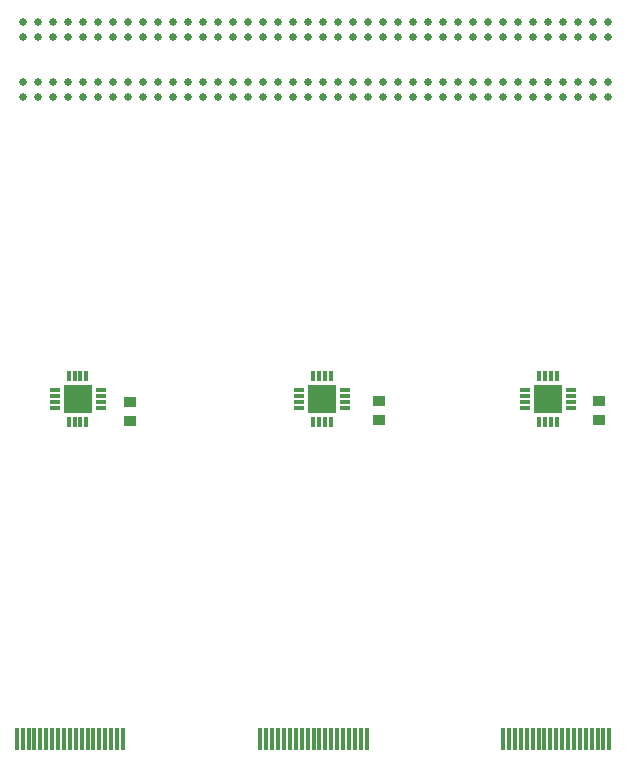
<source format=gbr>
G04 #@! TF.GenerationSoftware,KiCad,Pcbnew,(6.0.4-0)*
G04 #@! TF.CreationDate,2022-07-08T14:42:32+02:00*
G04 #@! TF.ProjectId,adapter_hybrid_assistor_hpc_3HDMI,61646170-7465-4725-9f68-79627269645f,rev?*
G04 #@! TF.SameCoordinates,Original*
G04 #@! TF.FileFunction,Paste,Top*
G04 #@! TF.FilePolarity,Positive*
%FSLAX46Y46*%
G04 Gerber Fmt 4.6, Leading zero omitted, Abs format (unit mm)*
G04 Created by KiCad (PCBNEW (6.0.4-0)) date 2022-07-08 14:42:32*
%MOMM*%
%LPD*%
G01*
G04 APERTURE LIST*
%ADD10R,1.000000X0.950000*%
%ADD11C,0.640000*%
%ADD12R,0.300000X1.900000*%
%ADD13R,0.300000X0.850000*%
%ADD14R,0.850000X0.300000*%
%ADD15R,2.400000X2.400000*%
G04 APERTURE END LIST*
D10*
X118740000Y-139080000D03*
X118740000Y-137480000D03*
X158450000Y-139030000D03*
X158450000Y-137430000D03*
D11*
X159263000Y-105288000D03*
X157993000Y-105288000D03*
X156723000Y-105288000D03*
X155443000Y-105288000D03*
X154173000Y-105288000D03*
X152903000Y-105288000D03*
X151633000Y-105288000D03*
X150373000Y-105288000D03*
X149103000Y-105288000D03*
X147833000Y-105288000D03*
X146553000Y-105288000D03*
X145283000Y-105288000D03*
X144023000Y-105288000D03*
X142753000Y-105288000D03*
X141483000Y-105288000D03*
X140203000Y-105288000D03*
X138943000Y-105288000D03*
X137663000Y-105288000D03*
X136403000Y-105288000D03*
X135133000Y-105288000D03*
X133853000Y-105288000D03*
X132583000Y-105288000D03*
X131323000Y-105288000D03*
X130043000Y-105288000D03*
X128783000Y-105288000D03*
X127503000Y-105288000D03*
X126233000Y-105288000D03*
X124963000Y-105288000D03*
X123703000Y-105288000D03*
X122433000Y-105288000D03*
X121153000Y-105288000D03*
X119883000Y-105288000D03*
X118613000Y-105288000D03*
X117353000Y-105288000D03*
X116083000Y-105288000D03*
X114813000Y-105288000D03*
X113543000Y-105288000D03*
X112263000Y-105288000D03*
X110993000Y-105288000D03*
X109723000Y-105288000D03*
X159263000Y-106548000D03*
X157993000Y-106548000D03*
X156723000Y-106548000D03*
X155443000Y-106548000D03*
X154173000Y-106548000D03*
X152903000Y-106548000D03*
X151633000Y-106548000D03*
X150373000Y-106548000D03*
X149103000Y-106548000D03*
X147833000Y-106548000D03*
X146553000Y-106548000D03*
X145283000Y-106548000D03*
X144023000Y-106548000D03*
X142753000Y-106548000D03*
X141483000Y-106548000D03*
X140203000Y-106548000D03*
X138943000Y-106548000D03*
X137663000Y-106548000D03*
X136403000Y-106548000D03*
X135133000Y-106548000D03*
X133873000Y-106548000D03*
X132583000Y-106548000D03*
X131323000Y-106548000D03*
X130043000Y-106548000D03*
X128783000Y-106548000D03*
X127503000Y-106548000D03*
X126233000Y-106548000D03*
X124963000Y-106548000D03*
X123703000Y-106548000D03*
X122433000Y-106548000D03*
X121153000Y-106548000D03*
X119883000Y-106548000D03*
X118613000Y-106548000D03*
X117353000Y-106548000D03*
X116083000Y-106548000D03*
X114813000Y-106548000D03*
X113543000Y-106548000D03*
X112263000Y-106548000D03*
X110993000Y-106548000D03*
X109723000Y-106548000D03*
X159263000Y-110368000D03*
X157993000Y-110368000D03*
X156723000Y-110368000D03*
X155443000Y-110368000D03*
X154173000Y-110368000D03*
X152903000Y-110368000D03*
X151633000Y-110368000D03*
X150373000Y-110368000D03*
X149103000Y-110368000D03*
X147833000Y-110368000D03*
X146553000Y-110368000D03*
X145283000Y-110368000D03*
X144023000Y-110368000D03*
X142753000Y-110368000D03*
X141483000Y-110368000D03*
X140203000Y-110368000D03*
X138943000Y-110368000D03*
X137663000Y-110368000D03*
X136403000Y-110368000D03*
X135133000Y-110368000D03*
X133853000Y-110368000D03*
X132583000Y-110368000D03*
X131323000Y-110368000D03*
X130043000Y-110368000D03*
X128783000Y-110368000D03*
X127503000Y-110368000D03*
X126233000Y-110368000D03*
X124963000Y-110368000D03*
X123703000Y-110368000D03*
X122433000Y-110368000D03*
X121153000Y-110368000D03*
X119883000Y-110368000D03*
X118613000Y-110368000D03*
X117353000Y-110368000D03*
X116083000Y-110368000D03*
X114813000Y-110368000D03*
X113543000Y-110368000D03*
X112263000Y-110368000D03*
X110993000Y-110368000D03*
X109723000Y-110368000D03*
X159263000Y-111628000D03*
X157993000Y-111628000D03*
X156723000Y-111628000D03*
X155443000Y-111628000D03*
X154173000Y-111628000D03*
X152903000Y-111628000D03*
X151633000Y-111628000D03*
X150373000Y-111628000D03*
X149103000Y-111628000D03*
X147833000Y-111628000D03*
X146553000Y-111628000D03*
X145283000Y-111628000D03*
X144023000Y-111628000D03*
X142753000Y-111628000D03*
X141483000Y-111628000D03*
X140203000Y-111628000D03*
X138943000Y-111628000D03*
X137663000Y-111628000D03*
X136403000Y-111628000D03*
X135133000Y-111628000D03*
X133873000Y-111628000D03*
X132583000Y-111628000D03*
X131323000Y-111628000D03*
X130043000Y-111628000D03*
X128783000Y-111628000D03*
X127503000Y-111628000D03*
X126233000Y-111628000D03*
X124963000Y-111628000D03*
X123703000Y-111628000D03*
X122433000Y-111628000D03*
X121153000Y-111628000D03*
X119883000Y-111628000D03*
X118613000Y-111628000D03*
X117353000Y-111628000D03*
X116083000Y-111628000D03*
X114813000Y-111628000D03*
X113543000Y-111628000D03*
X112263000Y-111628000D03*
X110993000Y-111628000D03*
X109723000Y-111628000D03*
D12*
X118189000Y-166050000D03*
X117689000Y-166050000D03*
X117189000Y-166050000D03*
X116689000Y-166050000D03*
X116189000Y-166050000D03*
X115689000Y-166050000D03*
X115189000Y-166050000D03*
X114689000Y-166050000D03*
X114189000Y-166050000D03*
X113689000Y-166050000D03*
X113189000Y-166050000D03*
X112689000Y-166050000D03*
X112189000Y-166050000D03*
X111689000Y-166050000D03*
X111189000Y-166050000D03*
X110689000Y-166050000D03*
X110189000Y-166050000D03*
X109689000Y-166050000D03*
X109189000Y-166050000D03*
D13*
X115090000Y-135260000D03*
X114590000Y-135260000D03*
X114090000Y-135260000D03*
X113590000Y-135260000D03*
D14*
X112390000Y-136460000D03*
X112390000Y-136960000D03*
X112390000Y-137460000D03*
X112390000Y-137960000D03*
D13*
X113590000Y-139160000D03*
X114090000Y-139160000D03*
X114590000Y-139160000D03*
X115090000Y-139160000D03*
D14*
X116290000Y-137960000D03*
X116290000Y-137460000D03*
X116290000Y-136960000D03*
X116290000Y-136460000D03*
D15*
X114340000Y-137210000D03*
D13*
X154900000Y-135270000D03*
X154400000Y-135270000D03*
X153900000Y-135270000D03*
X153400000Y-135270000D03*
D14*
X152200000Y-136470000D03*
X152200000Y-136970000D03*
X152200000Y-137470000D03*
X152200000Y-137970000D03*
D13*
X153400000Y-139170000D03*
X153900000Y-139170000D03*
X154400000Y-139170000D03*
X154900000Y-139170000D03*
D14*
X156100000Y-137970000D03*
X156100000Y-137470000D03*
X156100000Y-136970000D03*
X156100000Y-136470000D03*
D15*
X154150000Y-137220000D03*
D13*
X135770000Y-135270000D03*
X135270000Y-135270000D03*
X134770000Y-135270000D03*
X134270000Y-135270000D03*
D14*
X133070000Y-136470000D03*
X133070000Y-136970000D03*
X133070000Y-137470000D03*
X133070000Y-137970000D03*
D13*
X134270000Y-139170000D03*
X134770000Y-139170000D03*
X135270000Y-139170000D03*
X135770000Y-139170000D03*
D14*
X136970000Y-137970000D03*
X136970000Y-137470000D03*
X136970000Y-136970000D03*
X136970000Y-136470000D03*
D15*
X135020000Y-137220000D03*
D10*
X139830000Y-139030000D03*
X139830000Y-137430000D03*
D12*
X159369000Y-166060000D03*
X158869000Y-166060000D03*
X158369000Y-166060000D03*
X157869000Y-166060000D03*
X157369000Y-166060000D03*
X156869000Y-166060000D03*
X156369000Y-166060000D03*
X155869000Y-166060000D03*
X155369000Y-166060000D03*
X154869000Y-166060000D03*
X154369000Y-166060000D03*
X153869000Y-166060000D03*
X153369000Y-166060000D03*
X152869000Y-166060000D03*
X152369000Y-166060000D03*
X151869000Y-166060000D03*
X151369000Y-166060000D03*
X150869000Y-166060000D03*
X150369000Y-166060000D03*
X138819000Y-166050000D03*
X138319000Y-166050000D03*
X137819000Y-166050000D03*
X137319000Y-166050000D03*
X136819000Y-166050000D03*
X136319000Y-166050000D03*
X135819000Y-166050000D03*
X135319000Y-166050000D03*
X134819000Y-166050000D03*
X134319000Y-166050000D03*
X133819000Y-166050000D03*
X133319000Y-166050000D03*
X132819000Y-166050000D03*
X132319000Y-166050000D03*
X131819000Y-166050000D03*
X131319000Y-166050000D03*
X130819000Y-166050000D03*
X130319000Y-166050000D03*
X129819000Y-166050000D03*
M02*

</source>
